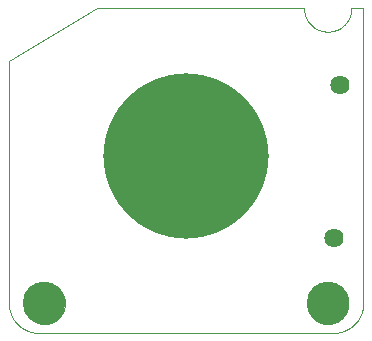
<source format=gbs>
G75*
%MOIN*%
%OFA0B0*%
%FSLAX25Y25*%
%IPPOS*%
%LPD*%
%AMOC8*
5,1,8,0,0,1.08239X$1,22.5*
%
%ADD10C,0.00000*%
%ADD11C,0.14180*%
%ADD12C,0.55118*%
%ADD13C,0.06400*%
D10*
X0013205Y0005000D02*
X0111630Y0005000D01*
X0111868Y0005003D01*
X0112106Y0005011D01*
X0112343Y0005026D01*
X0112580Y0005046D01*
X0112816Y0005072D01*
X0113052Y0005103D01*
X0113287Y0005140D01*
X0113521Y0005183D01*
X0113754Y0005232D01*
X0113986Y0005286D01*
X0114216Y0005346D01*
X0114445Y0005411D01*
X0114672Y0005482D01*
X0114897Y0005558D01*
X0115120Y0005640D01*
X0115342Y0005727D01*
X0115561Y0005819D01*
X0115778Y0005917D01*
X0115992Y0006019D01*
X0116204Y0006127D01*
X0116414Y0006241D01*
X0116620Y0006359D01*
X0116824Y0006482D01*
X0117024Y0006610D01*
X0117221Y0006742D01*
X0117416Y0006880D01*
X0117606Y0007022D01*
X0117794Y0007169D01*
X0117977Y0007320D01*
X0118157Y0007475D01*
X0118333Y0007635D01*
X0118505Y0007799D01*
X0118674Y0007968D01*
X0118838Y0008140D01*
X0118998Y0008316D01*
X0119153Y0008496D01*
X0119304Y0008679D01*
X0119451Y0008867D01*
X0119593Y0009057D01*
X0119731Y0009252D01*
X0119863Y0009449D01*
X0119991Y0009649D01*
X0120114Y0009853D01*
X0120232Y0010059D01*
X0120346Y0010269D01*
X0120454Y0010481D01*
X0120556Y0010695D01*
X0120654Y0010912D01*
X0120746Y0011131D01*
X0120833Y0011353D01*
X0120915Y0011576D01*
X0120991Y0011801D01*
X0121062Y0012028D01*
X0121127Y0012257D01*
X0121187Y0012487D01*
X0121241Y0012719D01*
X0121290Y0012952D01*
X0121333Y0013186D01*
X0121370Y0013421D01*
X0121401Y0013657D01*
X0121427Y0013893D01*
X0121447Y0014130D01*
X0121462Y0014367D01*
X0121470Y0014605D01*
X0121473Y0014843D01*
X0121472Y0014843D02*
X0121472Y0113268D01*
X0117535Y0113268D01*
X0117533Y0113076D01*
X0117526Y0112885D01*
X0117514Y0112693D01*
X0117498Y0112502D01*
X0117477Y0112312D01*
X0117451Y0112122D01*
X0117421Y0111932D01*
X0117386Y0111744D01*
X0117347Y0111556D01*
X0117303Y0111369D01*
X0117254Y0111184D01*
X0117201Y0111000D01*
X0117144Y0110817D01*
X0117082Y0110635D01*
X0117015Y0110455D01*
X0116945Y0110277D01*
X0116870Y0110100D01*
X0116790Y0109926D01*
X0116707Y0109753D01*
X0116619Y0109583D01*
X0116528Y0109414D01*
X0116432Y0109248D01*
X0116332Y0109085D01*
X0116228Y0108923D01*
X0116120Y0108765D01*
X0116009Y0108609D01*
X0115893Y0108456D01*
X0115774Y0108305D01*
X0115652Y0108158D01*
X0115525Y0108014D01*
X0115396Y0107872D01*
X0115263Y0107734D01*
X0115126Y0107599D01*
X0114986Y0107468D01*
X0114844Y0107340D01*
X0114698Y0107216D01*
X0114549Y0107095D01*
X0114397Y0106978D01*
X0114243Y0106864D01*
X0114085Y0106754D01*
X0113925Y0106649D01*
X0113763Y0106547D01*
X0113598Y0106449D01*
X0113431Y0106355D01*
X0113261Y0106265D01*
X0113090Y0106180D01*
X0112916Y0106098D01*
X0112741Y0106021D01*
X0112563Y0105948D01*
X0112384Y0105880D01*
X0112203Y0105816D01*
X0112021Y0105756D01*
X0111838Y0105701D01*
X0111653Y0105650D01*
X0111467Y0105604D01*
X0111279Y0105562D01*
X0111091Y0105525D01*
X0110902Y0105492D01*
X0110713Y0105465D01*
X0110522Y0105441D01*
X0110331Y0105423D01*
X0110140Y0105409D01*
X0109949Y0105399D01*
X0109757Y0105395D01*
X0109565Y0105395D01*
X0109373Y0105399D01*
X0109182Y0105409D01*
X0108991Y0105423D01*
X0108800Y0105441D01*
X0108609Y0105465D01*
X0108420Y0105492D01*
X0108231Y0105525D01*
X0108043Y0105562D01*
X0107855Y0105604D01*
X0107669Y0105650D01*
X0107484Y0105701D01*
X0107301Y0105756D01*
X0107119Y0105816D01*
X0106938Y0105880D01*
X0106759Y0105948D01*
X0106581Y0106021D01*
X0106406Y0106098D01*
X0106232Y0106180D01*
X0106061Y0106265D01*
X0105891Y0106355D01*
X0105724Y0106449D01*
X0105559Y0106547D01*
X0105397Y0106649D01*
X0105237Y0106754D01*
X0105079Y0106864D01*
X0104925Y0106978D01*
X0104773Y0107095D01*
X0104624Y0107216D01*
X0104478Y0107340D01*
X0104336Y0107468D01*
X0104196Y0107599D01*
X0104059Y0107734D01*
X0103926Y0107872D01*
X0103797Y0108014D01*
X0103670Y0108158D01*
X0103548Y0108305D01*
X0103429Y0108456D01*
X0103313Y0108609D01*
X0103202Y0108765D01*
X0103094Y0108923D01*
X0102990Y0109085D01*
X0102890Y0109248D01*
X0102794Y0109414D01*
X0102703Y0109583D01*
X0102615Y0109753D01*
X0102532Y0109926D01*
X0102452Y0110100D01*
X0102377Y0110277D01*
X0102307Y0110455D01*
X0102240Y0110635D01*
X0102178Y0110817D01*
X0102121Y0111000D01*
X0102068Y0111184D01*
X0102019Y0111369D01*
X0101975Y0111556D01*
X0101936Y0111744D01*
X0101901Y0111932D01*
X0101871Y0112122D01*
X0101845Y0112312D01*
X0101824Y0112502D01*
X0101808Y0112693D01*
X0101796Y0112885D01*
X0101789Y0113076D01*
X0101787Y0113268D01*
X0032890Y0113268D01*
X0003362Y0095551D01*
X0003362Y0014843D01*
X0003365Y0014605D01*
X0003373Y0014367D01*
X0003388Y0014130D01*
X0003408Y0013893D01*
X0003434Y0013657D01*
X0003465Y0013421D01*
X0003502Y0013186D01*
X0003545Y0012952D01*
X0003594Y0012719D01*
X0003648Y0012487D01*
X0003708Y0012257D01*
X0003773Y0012028D01*
X0003844Y0011801D01*
X0003920Y0011576D01*
X0004002Y0011353D01*
X0004089Y0011131D01*
X0004181Y0010912D01*
X0004279Y0010695D01*
X0004381Y0010481D01*
X0004489Y0010269D01*
X0004603Y0010059D01*
X0004721Y0009853D01*
X0004844Y0009649D01*
X0004972Y0009449D01*
X0005104Y0009252D01*
X0005242Y0009057D01*
X0005384Y0008867D01*
X0005531Y0008679D01*
X0005682Y0008496D01*
X0005837Y0008316D01*
X0005997Y0008140D01*
X0006161Y0007968D01*
X0006330Y0007799D01*
X0006502Y0007635D01*
X0006678Y0007475D01*
X0006858Y0007320D01*
X0007041Y0007169D01*
X0007229Y0007022D01*
X0007419Y0006880D01*
X0007614Y0006742D01*
X0007811Y0006610D01*
X0008011Y0006482D01*
X0008215Y0006359D01*
X0008421Y0006241D01*
X0008631Y0006127D01*
X0008843Y0006019D01*
X0009057Y0005917D01*
X0009274Y0005819D01*
X0009493Y0005727D01*
X0009715Y0005640D01*
X0009938Y0005558D01*
X0010163Y0005482D01*
X0010390Y0005411D01*
X0010619Y0005346D01*
X0010849Y0005286D01*
X0011081Y0005232D01*
X0011314Y0005183D01*
X0011548Y0005140D01*
X0011783Y0005103D01*
X0012019Y0005072D01*
X0012255Y0005046D01*
X0012492Y0005026D01*
X0012729Y0005011D01*
X0012967Y0005003D01*
X0013205Y0005000D01*
X0008283Y0014843D02*
X0008285Y0015012D01*
X0008291Y0015181D01*
X0008302Y0015350D01*
X0008316Y0015518D01*
X0008335Y0015686D01*
X0008358Y0015854D01*
X0008384Y0016021D01*
X0008415Y0016187D01*
X0008450Y0016353D01*
X0008489Y0016517D01*
X0008533Y0016681D01*
X0008580Y0016843D01*
X0008631Y0017004D01*
X0008686Y0017164D01*
X0008745Y0017323D01*
X0008807Y0017480D01*
X0008874Y0017635D01*
X0008945Y0017789D01*
X0009019Y0017941D01*
X0009097Y0018091D01*
X0009178Y0018239D01*
X0009263Y0018385D01*
X0009352Y0018529D01*
X0009444Y0018671D01*
X0009540Y0018810D01*
X0009639Y0018947D01*
X0009741Y0019082D01*
X0009847Y0019214D01*
X0009956Y0019343D01*
X0010068Y0019470D01*
X0010183Y0019594D01*
X0010301Y0019715D01*
X0010422Y0019833D01*
X0010546Y0019948D01*
X0010673Y0020060D01*
X0010802Y0020169D01*
X0010934Y0020275D01*
X0011069Y0020377D01*
X0011206Y0020476D01*
X0011345Y0020572D01*
X0011487Y0020664D01*
X0011631Y0020753D01*
X0011777Y0020838D01*
X0011925Y0020919D01*
X0012075Y0020997D01*
X0012227Y0021071D01*
X0012381Y0021142D01*
X0012536Y0021209D01*
X0012693Y0021271D01*
X0012852Y0021330D01*
X0013012Y0021385D01*
X0013173Y0021436D01*
X0013335Y0021483D01*
X0013499Y0021527D01*
X0013663Y0021566D01*
X0013829Y0021601D01*
X0013995Y0021632D01*
X0014162Y0021658D01*
X0014330Y0021681D01*
X0014498Y0021700D01*
X0014666Y0021714D01*
X0014835Y0021725D01*
X0015004Y0021731D01*
X0015173Y0021733D01*
X0015342Y0021731D01*
X0015511Y0021725D01*
X0015680Y0021714D01*
X0015848Y0021700D01*
X0016016Y0021681D01*
X0016184Y0021658D01*
X0016351Y0021632D01*
X0016517Y0021601D01*
X0016683Y0021566D01*
X0016847Y0021527D01*
X0017011Y0021483D01*
X0017173Y0021436D01*
X0017334Y0021385D01*
X0017494Y0021330D01*
X0017653Y0021271D01*
X0017810Y0021209D01*
X0017965Y0021142D01*
X0018119Y0021071D01*
X0018271Y0020997D01*
X0018421Y0020919D01*
X0018569Y0020838D01*
X0018715Y0020753D01*
X0018859Y0020664D01*
X0019001Y0020572D01*
X0019140Y0020476D01*
X0019277Y0020377D01*
X0019412Y0020275D01*
X0019544Y0020169D01*
X0019673Y0020060D01*
X0019800Y0019948D01*
X0019924Y0019833D01*
X0020045Y0019715D01*
X0020163Y0019594D01*
X0020278Y0019470D01*
X0020390Y0019343D01*
X0020499Y0019214D01*
X0020605Y0019082D01*
X0020707Y0018947D01*
X0020806Y0018810D01*
X0020902Y0018671D01*
X0020994Y0018529D01*
X0021083Y0018385D01*
X0021168Y0018239D01*
X0021249Y0018091D01*
X0021327Y0017941D01*
X0021401Y0017789D01*
X0021472Y0017635D01*
X0021539Y0017480D01*
X0021601Y0017323D01*
X0021660Y0017164D01*
X0021715Y0017004D01*
X0021766Y0016843D01*
X0021813Y0016681D01*
X0021857Y0016517D01*
X0021896Y0016353D01*
X0021931Y0016187D01*
X0021962Y0016021D01*
X0021988Y0015854D01*
X0022011Y0015686D01*
X0022030Y0015518D01*
X0022044Y0015350D01*
X0022055Y0015181D01*
X0022061Y0015012D01*
X0022063Y0014843D01*
X0022061Y0014674D01*
X0022055Y0014505D01*
X0022044Y0014336D01*
X0022030Y0014168D01*
X0022011Y0014000D01*
X0021988Y0013832D01*
X0021962Y0013665D01*
X0021931Y0013499D01*
X0021896Y0013333D01*
X0021857Y0013169D01*
X0021813Y0013005D01*
X0021766Y0012843D01*
X0021715Y0012682D01*
X0021660Y0012522D01*
X0021601Y0012363D01*
X0021539Y0012206D01*
X0021472Y0012051D01*
X0021401Y0011897D01*
X0021327Y0011745D01*
X0021249Y0011595D01*
X0021168Y0011447D01*
X0021083Y0011301D01*
X0020994Y0011157D01*
X0020902Y0011015D01*
X0020806Y0010876D01*
X0020707Y0010739D01*
X0020605Y0010604D01*
X0020499Y0010472D01*
X0020390Y0010343D01*
X0020278Y0010216D01*
X0020163Y0010092D01*
X0020045Y0009971D01*
X0019924Y0009853D01*
X0019800Y0009738D01*
X0019673Y0009626D01*
X0019544Y0009517D01*
X0019412Y0009411D01*
X0019277Y0009309D01*
X0019140Y0009210D01*
X0019001Y0009114D01*
X0018859Y0009022D01*
X0018715Y0008933D01*
X0018569Y0008848D01*
X0018421Y0008767D01*
X0018271Y0008689D01*
X0018119Y0008615D01*
X0017965Y0008544D01*
X0017810Y0008477D01*
X0017653Y0008415D01*
X0017494Y0008356D01*
X0017334Y0008301D01*
X0017173Y0008250D01*
X0017011Y0008203D01*
X0016847Y0008159D01*
X0016683Y0008120D01*
X0016517Y0008085D01*
X0016351Y0008054D01*
X0016184Y0008028D01*
X0016016Y0008005D01*
X0015848Y0007986D01*
X0015680Y0007972D01*
X0015511Y0007961D01*
X0015342Y0007955D01*
X0015173Y0007953D01*
X0015004Y0007955D01*
X0014835Y0007961D01*
X0014666Y0007972D01*
X0014498Y0007986D01*
X0014330Y0008005D01*
X0014162Y0008028D01*
X0013995Y0008054D01*
X0013829Y0008085D01*
X0013663Y0008120D01*
X0013499Y0008159D01*
X0013335Y0008203D01*
X0013173Y0008250D01*
X0013012Y0008301D01*
X0012852Y0008356D01*
X0012693Y0008415D01*
X0012536Y0008477D01*
X0012381Y0008544D01*
X0012227Y0008615D01*
X0012075Y0008689D01*
X0011925Y0008767D01*
X0011777Y0008848D01*
X0011631Y0008933D01*
X0011487Y0009022D01*
X0011345Y0009114D01*
X0011206Y0009210D01*
X0011069Y0009309D01*
X0010934Y0009411D01*
X0010802Y0009517D01*
X0010673Y0009626D01*
X0010546Y0009738D01*
X0010422Y0009853D01*
X0010301Y0009971D01*
X0010183Y0010092D01*
X0010068Y0010216D01*
X0009956Y0010343D01*
X0009847Y0010472D01*
X0009741Y0010604D01*
X0009639Y0010739D01*
X0009540Y0010876D01*
X0009444Y0011015D01*
X0009352Y0011157D01*
X0009263Y0011301D01*
X0009178Y0011447D01*
X0009097Y0011595D01*
X0009019Y0011745D01*
X0008945Y0011897D01*
X0008874Y0012051D01*
X0008807Y0012206D01*
X0008745Y0012363D01*
X0008686Y0012522D01*
X0008631Y0012682D01*
X0008580Y0012843D01*
X0008533Y0013005D01*
X0008489Y0013169D01*
X0008450Y0013333D01*
X0008415Y0013499D01*
X0008384Y0013665D01*
X0008358Y0013832D01*
X0008335Y0014000D01*
X0008316Y0014168D01*
X0008302Y0014336D01*
X0008291Y0014505D01*
X0008285Y0014674D01*
X0008283Y0014843D01*
X0102771Y0014843D02*
X0102773Y0015012D01*
X0102779Y0015181D01*
X0102790Y0015350D01*
X0102804Y0015518D01*
X0102823Y0015686D01*
X0102846Y0015854D01*
X0102872Y0016021D01*
X0102903Y0016187D01*
X0102938Y0016353D01*
X0102977Y0016517D01*
X0103021Y0016681D01*
X0103068Y0016843D01*
X0103119Y0017004D01*
X0103174Y0017164D01*
X0103233Y0017323D01*
X0103295Y0017480D01*
X0103362Y0017635D01*
X0103433Y0017789D01*
X0103507Y0017941D01*
X0103585Y0018091D01*
X0103666Y0018239D01*
X0103751Y0018385D01*
X0103840Y0018529D01*
X0103932Y0018671D01*
X0104028Y0018810D01*
X0104127Y0018947D01*
X0104229Y0019082D01*
X0104335Y0019214D01*
X0104444Y0019343D01*
X0104556Y0019470D01*
X0104671Y0019594D01*
X0104789Y0019715D01*
X0104910Y0019833D01*
X0105034Y0019948D01*
X0105161Y0020060D01*
X0105290Y0020169D01*
X0105422Y0020275D01*
X0105557Y0020377D01*
X0105694Y0020476D01*
X0105833Y0020572D01*
X0105975Y0020664D01*
X0106119Y0020753D01*
X0106265Y0020838D01*
X0106413Y0020919D01*
X0106563Y0020997D01*
X0106715Y0021071D01*
X0106869Y0021142D01*
X0107024Y0021209D01*
X0107181Y0021271D01*
X0107340Y0021330D01*
X0107500Y0021385D01*
X0107661Y0021436D01*
X0107823Y0021483D01*
X0107987Y0021527D01*
X0108151Y0021566D01*
X0108317Y0021601D01*
X0108483Y0021632D01*
X0108650Y0021658D01*
X0108818Y0021681D01*
X0108986Y0021700D01*
X0109154Y0021714D01*
X0109323Y0021725D01*
X0109492Y0021731D01*
X0109661Y0021733D01*
X0109830Y0021731D01*
X0109999Y0021725D01*
X0110168Y0021714D01*
X0110336Y0021700D01*
X0110504Y0021681D01*
X0110672Y0021658D01*
X0110839Y0021632D01*
X0111005Y0021601D01*
X0111171Y0021566D01*
X0111335Y0021527D01*
X0111499Y0021483D01*
X0111661Y0021436D01*
X0111822Y0021385D01*
X0111982Y0021330D01*
X0112141Y0021271D01*
X0112298Y0021209D01*
X0112453Y0021142D01*
X0112607Y0021071D01*
X0112759Y0020997D01*
X0112909Y0020919D01*
X0113057Y0020838D01*
X0113203Y0020753D01*
X0113347Y0020664D01*
X0113489Y0020572D01*
X0113628Y0020476D01*
X0113765Y0020377D01*
X0113900Y0020275D01*
X0114032Y0020169D01*
X0114161Y0020060D01*
X0114288Y0019948D01*
X0114412Y0019833D01*
X0114533Y0019715D01*
X0114651Y0019594D01*
X0114766Y0019470D01*
X0114878Y0019343D01*
X0114987Y0019214D01*
X0115093Y0019082D01*
X0115195Y0018947D01*
X0115294Y0018810D01*
X0115390Y0018671D01*
X0115482Y0018529D01*
X0115571Y0018385D01*
X0115656Y0018239D01*
X0115737Y0018091D01*
X0115815Y0017941D01*
X0115889Y0017789D01*
X0115960Y0017635D01*
X0116027Y0017480D01*
X0116089Y0017323D01*
X0116148Y0017164D01*
X0116203Y0017004D01*
X0116254Y0016843D01*
X0116301Y0016681D01*
X0116345Y0016517D01*
X0116384Y0016353D01*
X0116419Y0016187D01*
X0116450Y0016021D01*
X0116476Y0015854D01*
X0116499Y0015686D01*
X0116518Y0015518D01*
X0116532Y0015350D01*
X0116543Y0015181D01*
X0116549Y0015012D01*
X0116551Y0014843D01*
X0116549Y0014674D01*
X0116543Y0014505D01*
X0116532Y0014336D01*
X0116518Y0014168D01*
X0116499Y0014000D01*
X0116476Y0013832D01*
X0116450Y0013665D01*
X0116419Y0013499D01*
X0116384Y0013333D01*
X0116345Y0013169D01*
X0116301Y0013005D01*
X0116254Y0012843D01*
X0116203Y0012682D01*
X0116148Y0012522D01*
X0116089Y0012363D01*
X0116027Y0012206D01*
X0115960Y0012051D01*
X0115889Y0011897D01*
X0115815Y0011745D01*
X0115737Y0011595D01*
X0115656Y0011447D01*
X0115571Y0011301D01*
X0115482Y0011157D01*
X0115390Y0011015D01*
X0115294Y0010876D01*
X0115195Y0010739D01*
X0115093Y0010604D01*
X0114987Y0010472D01*
X0114878Y0010343D01*
X0114766Y0010216D01*
X0114651Y0010092D01*
X0114533Y0009971D01*
X0114412Y0009853D01*
X0114288Y0009738D01*
X0114161Y0009626D01*
X0114032Y0009517D01*
X0113900Y0009411D01*
X0113765Y0009309D01*
X0113628Y0009210D01*
X0113489Y0009114D01*
X0113347Y0009022D01*
X0113203Y0008933D01*
X0113057Y0008848D01*
X0112909Y0008767D01*
X0112759Y0008689D01*
X0112607Y0008615D01*
X0112453Y0008544D01*
X0112298Y0008477D01*
X0112141Y0008415D01*
X0111982Y0008356D01*
X0111822Y0008301D01*
X0111661Y0008250D01*
X0111499Y0008203D01*
X0111335Y0008159D01*
X0111171Y0008120D01*
X0111005Y0008085D01*
X0110839Y0008054D01*
X0110672Y0008028D01*
X0110504Y0008005D01*
X0110336Y0007986D01*
X0110168Y0007972D01*
X0109999Y0007961D01*
X0109830Y0007955D01*
X0109661Y0007953D01*
X0109492Y0007955D01*
X0109323Y0007961D01*
X0109154Y0007972D01*
X0108986Y0007986D01*
X0108818Y0008005D01*
X0108650Y0008028D01*
X0108483Y0008054D01*
X0108317Y0008085D01*
X0108151Y0008120D01*
X0107987Y0008159D01*
X0107823Y0008203D01*
X0107661Y0008250D01*
X0107500Y0008301D01*
X0107340Y0008356D01*
X0107181Y0008415D01*
X0107024Y0008477D01*
X0106869Y0008544D01*
X0106715Y0008615D01*
X0106563Y0008689D01*
X0106413Y0008767D01*
X0106265Y0008848D01*
X0106119Y0008933D01*
X0105975Y0009022D01*
X0105833Y0009114D01*
X0105694Y0009210D01*
X0105557Y0009309D01*
X0105422Y0009411D01*
X0105290Y0009517D01*
X0105161Y0009626D01*
X0105034Y0009738D01*
X0104910Y0009853D01*
X0104789Y0009971D01*
X0104671Y0010092D01*
X0104556Y0010216D01*
X0104444Y0010343D01*
X0104335Y0010472D01*
X0104229Y0010604D01*
X0104127Y0010739D01*
X0104028Y0010876D01*
X0103932Y0011015D01*
X0103840Y0011157D01*
X0103751Y0011301D01*
X0103666Y0011447D01*
X0103585Y0011595D01*
X0103507Y0011745D01*
X0103433Y0011897D01*
X0103362Y0012051D01*
X0103295Y0012206D01*
X0103233Y0012363D01*
X0103174Y0012522D01*
X0103119Y0012682D01*
X0103068Y0012843D01*
X0103021Y0013005D01*
X0102977Y0013169D01*
X0102938Y0013333D01*
X0102903Y0013499D01*
X0102872Y0013665D01*
X0102846Y0013832D01*
X0102823Y0014000D01*
X0102804Y0014168D01*
X0102790Y0014336D01*
X0102779Y0014505D01*
X0102773Y0014674D01*
X0102771Y0014843D01*
D11*
X0109661Y0014843D03*
X0015173Y0014843D03*
D12*
X0062417Y0064055D03*
D13*
X0111630Y0036496D03*
X0113598Y0087677D03*
M02*

</source>
